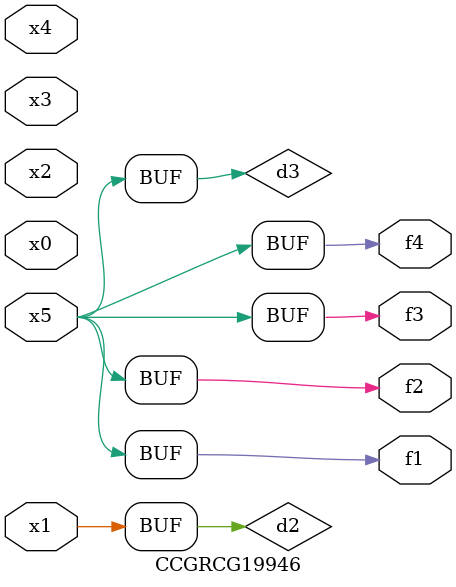
<source format=v>
module CCGRCG19946(
	input x0, x1, x2, x3, x4, x5,
	output f1, f2, f3, f4
);

	wire d1, d2, d3;

	not (d1, x5);
	or (d2, x1);
	xnor (d3, d1);
	assign f1 = d3;
	assign f2 = d3;
	assign f3 = d3;
	assign f4 = d3;
endmodule

</source>
